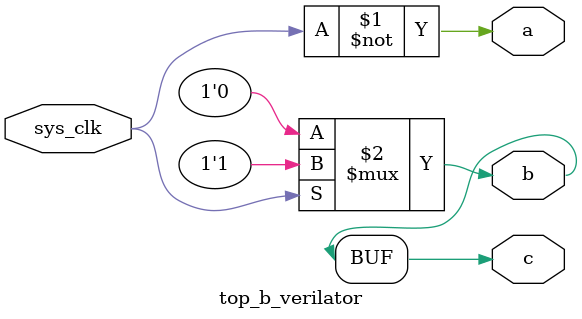
<source format=v>
`default_nettype none
`include "comb_loop_migen.v"

module top_nb(input sys_clk, output reg a, output reg b, output reg c);

   always @(*) begin
      a <= ~sys_clk;
      b <= c;
   end

   always @(*) begin
      if (a) c <= 1'd0;
      else c <= 1'd1;
   end

endmodule // top

module top_b(input sys_clk, output reg a, output reg b, output reg c);

   always @(*) begin
      a = ~sys_clk;
      b = c;
   end

   always @(*) begin
      if (a) c = 1'd0;
      else c = 1'd1;
   end

endmodule // top

module top_b_verilator(input sys_clk, output a, output b, output c);

   assign a = ~sys_clk;
   assign b = c;
   assign c = a ? 1'd0 : 1'd1;

endmodule // top_b_verilator

`ifndef SYNTHESIS
`ifndef VERILATOR
module bench();
   reg clk;

   top dut(.sys_clk(clk));
   top_b dut_b(.sys_clk(clk));
   top_nb dut_nb(.sys_clk(clk));
   top_b_verilator dut_b_verilator(.sys_clk(clk));

   initial begin
      $dumpfile("comb_loop.vcd");
      $dumpvars;
   end

   initial begin
      clk = 0;
      #100 $finish;
   end

   always begin
      #5 clk = ~clk;
   end

endmodule
`endif //  `ifndef VERILATOR
`endif //  `ifndef SYNTHESIS

</source>
